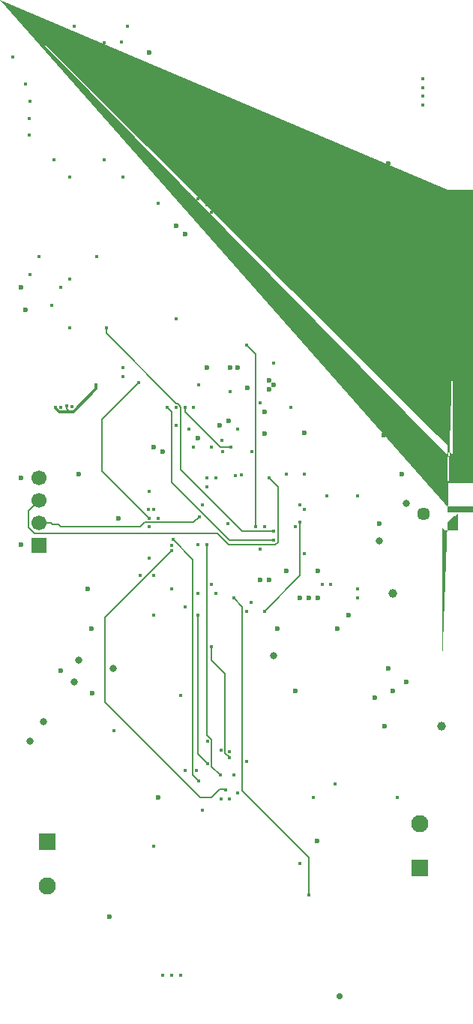
<source format=gbr>
G04 #@! TF.GenerationSoftware,KiCad,Pcbnew,9.0.4*
G04 #@! TF.CreationDate,2025-12-10T12:01:20-06:00*
G04 #@! TF.ProjectId,flightcompv2,666c6967-6874-4636-9f6d-7076322e6b69,rev?*
G04 #@! TF.SameCoordinates,Original*
G04 #@! TF.FileFunction,Copper,L4,Inr*
G04 #@! TF.FilePolarity,Positive*
%FSLAX46Y46*%
G04 Gerber Fmt 4.6, Leading zero omitted, Abs format (unit mm)*
G04 Created by KiCad (PCBNEW 9.0.4) date 2025-12-10 12:01:20*
%MOMM*%
%LPD*%
G01*
G04 APERTURE LIST*
G04 Aperture macros list*
%AMFreePoly0*
4,1,123,1.203536,0.953536,1.205000,0.950000,1.205000,-0.950000,1.203536,-0.953536,1.200000,-0.955000,-0.100000,-0.955000,-0.100192,-0.954996,-0.126192,-0.953996,-0.126383,-0.953985,-0.152383,-0.951985,-0.152573,-0.951967,-0.178573,-0.948967,-0.178944,-0.948910,-0.204944,-0.943910,-0.205167,-0.943862,-0.230167,-0.937862,-0.230300,-0.937828,-0.256300,-0.930828,-0.256756,-0.930682,-0.280756,-0.921682,
-0.280923,-0.921615,-0.304923,-0.911615,-0.305083,-0.911545,-0.329083,-0.900545,-0.329460,-0.900353,-0.352460,-0.887353,-0.352684,-0.887218,-0.396684,-0.859218,-0.397030,-0.858977,-0.418030,-0.842977,-0.418238,-0.842810,-0.438238,-0.825810,-0.438439,-0.825630,-0.457439,-0.807630,-0.457630,-0.807439,-0.475630,-0.788439,-0.475810,-0.788238,-0.492810,-0.768238,-0.492977,-0.768030,-0.508977,-0.747030,
-0.509218,-0.746684,-0.537218,-0.702684,-0.537353,-0.702460,-0.550353,-0.679460,-0.550545,-0.679083,-0.561545,-0.655083,-0.561615,-0.654923,-0.571615,-0.630923,-0.571682,-0.630756,-0.580682,-0.606756,-0.580828,-0.606300,-0.587828,-0.580300,-0.587862,-0.580167,-0.593862,-0.555167,-0.593910,-0.554944,-0.598910,-0.528944,-0.598967,-0.528573,-0.601967,-0.502573,-0.601985,-0.502383,-0.603985,-0.476383,
-0.603996,-0.476192,-0.604996,-0.450192,-0.605000,-0.450000,-0.605000,0.450000,-0.604996,0.450192,-0.603996,0.476192,-0.603985,0.476383,-0.601985,0.502383,-0.601967,0.502573,-0.598967,0.528573,-0.598910,0.528944,-0.593910,0.554944,-0.593862,0.555167,-0.587862,0.580167,-0.587828,0.580300,-0.580828,0.606300,-0.580682,0.606756,-0.571682,0.630756,-0.571615,0.630923,-0.561615,0.654923,
-0.561545,0.655083,-0.550545,0.679083,-0.550353,0.679460,-0.537353,0.702460,-0.537218,0.702684,-0.509218,0.746684,-0.508977,0.747030,-0.492977,0.768030,-0.492810,0.768238,-0.475810,0.788238,-0.475630,0.788439,-0.457630,0.807439,-0.457439,0.807630,-0.438439,0.825630,-0.438238,0.825810,-0.418238,0.842810,-0.418030,0.842977,-0.397030,0.858977,-0.396684,0.859218,-0.352684,0.887218,
-0.352460,0.887353,-0.329460,0.900353,-0.329083,0.900545,-0.305083,0.911545,-0.304923,0.911615,-0.280923,0.921615,-0.280756,0.921682,-0.256756,0.930682,-0.256300,0.930828,-0.230300,0.937828,-0.230167,0.937862,-0.205167,0.943862,-0.204944,0.943910,-0.178944,0.948910,-0.178573,0.948967,-0.152573,0.951967,-0.152383,0.951985,-0.126383,0.953985,-0.126192,0.953996,-0.100192,0.954996,
-0.100000,0.955000,1.200000,0.955000,1.203536,0.953536,1.203536,0.953536,$1*%
%AMFreePoly1*
4,1,123,0.100192,0.954996,0.126192,0.953996,0.126383,0.953985,0.152383,0.951985,0.152573,0.951967,0.178573,0.948967,0.178944,0.948910,0.204944,0.943910,0.205167,0.943862,0.230167,0.937862,0.230300,0.937828,0.256300,0.930828,0.256756,0.930682,0.280756,0.921682,0.280923,0.921615,0.304923,0.911615,0.305083,0.911545,0.329083,0.900545,0.329460,0.900353,0.352460,0.887353,
0.352684,0.887218,0.396684,0.859218,0.397030,0.858977,0.418030,0.842977,0.418238,0.842810,0.438238,0.825810,0.438439,0.825630,0.457439,0.807630,0.457630,0.807439,0.475630,0.788439,0.475810,0.788238,0.492810,0.768238,0.492977,0.768030,0.508977,0.747030,0.509218,0.746684,0.537218,0.702684,0.537353,0.702460,0.550353,0.679460,0.550545,0.679083,0.561545,0.655083,
0.561615,0.654923,0.571615,0.630923,0.571682,0.630756,0.580682,0.606756,0.580828,0.606300,0.587828,0.580300,0.587862,0.580167,0.593862,0.555167,0.593910,0.554944,0.598910,0.528944,0.598967,0.528573,0.601967,0.502573,0.601985,0.502383,0.603985,0.476383,0.603996,0.476192,0.604996,0.450192,0.605000,0.450000,0.605000,-0.450000,0.604996,-0.450192,0.603996,-0.476192,
0.603985,-0.476383,0.601985,-0.502383,0.601967,-0.502573,0.598967,-0.528573,0.598910,-0.528944,0.593910,-0.554944,0.593862,-0.555167,0.587862,-0.580167,0.587828,-0.580300,0.580828,-0.606300,0.580682,-0.606756,0.571682,-0.630756,0.571615,-0.630923,0.561615,-0.654923,0.561545,-0.655083,0.550545,-0.679083,0.550353,-0.679460,0.537353,-0.702460,0.537218,-0.702684,0.509218,-0.746684,
0.508977,-0.747030,0.492977,-0.768030,0.492810,-0.768238,0.475810,-0.788238,0.475630,-0.788439,0.457630,-0.807439,0.457439,-0.807630,0.438439,-0.825630,0.438238,-0.825810,0.418238,-0.842810,0.418030,-0.842977,0.397030,-0.858977,0.396684,-0.859218,0.352684,-0.887218,0.352460,-0.887353,0.329460,-0.900353,0.329083,-0.900545,0.305083,-0.911545,0.304923,-0.911615,0.280923,-0.921615,
0.280756,-0.921682,0.256756,-0.930682,0.256300,-0.930828,0.230300,-0.937828,0.230167,-0.937862,0.205167,-0.943862,0.204944,-0.943910,0.178944,-0.948910,0.178573,-0.948967,0.152573,-0.951967,0.152383,-0.951985,0.126383,-0.953985,0.126192,-0.953996,0.100192,-0.954996,0.100000,-0.955000,-1.200000,-0.955000,-1.203536,-0.953536,-1.205000,-0.950000,-1.205000,0.950000,-1.203536,0.953536,
-1.200000,0.955000,0.100000,0.955000,0.100192,0.954996,0.100192,0.954996,$1*%
G04 Aperture macros list end*
G04 #@! TA.AperFunction,ComponentPad*
%ADD10C,1.450000*%
G04 #@! TD*
G04 #@! TA.AperFunction,ComponentPad*
%ADD11FreePoly0,90.000000*%
G04 #@! TD*
G04 #@! TA.AperFunction,ComponentPad*
%ADD12FreePoly1,90.000000*%
G04 #@! TD*
G04 #@! TA.AperFunction,ComponentPad*
%ADD13R,1.650000X1.650000*%
G04 #@! TD*
G04 #@! TA.AperFunction,ComponentPad*
%ADD14C,1.650000*%
G04 #@! TD*
G04 #@! TA.AperFunction,ComponentPad*
%ADD15R,1.950000X1.950000*%
G04 #@! TD*
G04 #@! TA.AperFunction,ComponentPad*
%ADD16C,1.950000*%
G04 #@! TD*
G04 #@! TA.AperFunction,ComponentPad*
%ADD17R,1.700000X1.700000*%
G04 #@! TD*
G04 #@! TA.AperFunction,ComponentPad*
%ADD18C,1.700000*%
G04 #@! TD*
G04 #@! TA.AperFunction,ViaPad*
%ADD19C,0.600000*%
G04 #@! TD*
G04 #@! TA.AperFunction,ViaPad*
%ADD20C,0.400000*%
G04 #@! TD*
G04 #@! TA.AperFunction,ViaPad*
%ADD21C,0.800000*%
G04 #@! TD*
G04 #@! TA.AperFunction,ViaPad*
%ADD22C,1.000000*%
G04 #@! TD*
G04 #@! TA.AperFunction,ViaPad*
%ADD23C,0.700000*%
G04 #@! TD*
G04 #@! TA.AperFunction,Conductor*
%ADD24C,0.200000*%
G04 #@! TD*
G04 #@! TA.AperFunction,Conductor*
%ADD25C,0.300000*%
G04 #@! TD*
G04 APERTURE END LIST*
D10*
X201975000Y-93500000D03*
X201975000Y-88500000D03*
D11*
X204675000Y-94500000D03*
D12*
X204675000Y-87500000D03*
D13*
X201195000Y-62000000D03*
D14*
X201195000Y-65500000D03*
X201195000Y-69000000D03*
X201195000Y-72500000D03*
D15*
X159500000Y-130500000D03*
D16*
X159500000Y-135500000D03*
D17*
X158500000Y-97120000D03*
D18*
X158500000Y-94580000D03*
X158500000Y-92040000D03*
X158500000Y-89500000D03*
D15*
X201500000Y-133500000D03*
D16*
X201500000Y-128500000D03*
D19*
X188000000Y-103000000D03*
D20*
X172000000Y-58500000D03*
D19*
X189000000Y-103000000D03*
D20*
X173500000Y-102000000D03*
X165900000Y-40400000D03*
X162500000Y-38500000D03*
D19*
X164446500Y-106500000D03*
X184500000Y-78500000D03*
D20*
X176500000Y-58000000D03*
D19*
X198000000Y-56000000D03*
D20*
X178500000Y-102500000D03*
D19*
X199500000Y-62500000D03*
X190014074Y-103000000D03*
D20*
X164000000Y-40400000D03*
D19*
X156500000Y-97000000D03*
X185000000Y-79000000D03*
D20*
X180071238Y-125704998D03*
D19*
X172500000Y-86500000D03*
X184000000Y-84500000D03*
X184500000Y-101000000D03*
D20*
X179071238Y-120204998D03*
X167980000Y-77020000D03*
D19*
X174000000Y-61000000D03*
X156500000Y-68000000D03*
X176500000Y-85000000D03*
D20*
X186500000Y-89000000D03*
X160000000Y-70000000D03*
X157000000Y-45000000D03*
X176000000Y-86000000D03*
D19*
X184500000Y-79500000D03*
D20*
X157500000Y-47000000D03*
D19*
X197000000Y-94610000D03*
D20*
X194510000Y-91500000D03*
D21*
X200000000Y-92305000D03*
D19*
X198851000Y-81351000D03*
D21*
X185000000Y-109500000D03*
X166950001Y-111000000D03*
D19*
X184000000Y-82000000D03*
D20*
X180100000Y-79700000D03*
X182500000Y-103500000D03*
X184000000Y-95000000D03*
X181000000Y-84000000D03*
X176646446Y-93853554D03*
X184500000Y-89500000D03*
X188000000Y-94500000D03*
X184000000Y-104500000D03*
X172500000Y-145578400D03*
X177500000Y-89500000D03*
X181362139Y-89134078D03*
X173500001Y-145578400D03*
X174499999Y-145578400D03*
X179896446Y-94603554D03*
X169995675Y-100495675D03*
X178500000Y-89500000D03*
X189000000Y-136500000D03*
X180503000Y-103000000D03*
X187500000Y-95000000D03*
D19*
X187500000Y-113500000D03*
D20*
X192000000Y-124000000D03*
X199000000Y-125500000D03*
X174500000Y-114000000D03*
X188500000Y-98000000D03*
X182550000Y-86500000D03*
X176000000Y-81500000D03*
X174000000Y-81500000D03*
X174000000Y-83500000D03*
X185000000Y-96500000D03*
X173000000Y-81500000D03*
X175000000Y-81500000D03*
X180200000Y-86000000D03*
X185000000Y-95500000D03*
X166117811Y-72500000D03*
X173487858Y-97043543D03*
X175000000Y-104000000D03*
X176500000Y-105000000D03*
X177571238Y-121704998D03*
X181000000Y-125000000D03*
X176349000Y-122500000D03*
X177000000Y-127000000D03*
X175000000Y-122500000D03*
X177500000Y-97000000D03*
X179000000Y-123000000D03*
X178000000Y-108500000D03*
X180000000Y-121029998D03*
X173505142Y-97693316D03*
X179570860Y-124710290D03*
X176571238Y-123704998D03*
X173662454Y-96417428D03*
X180500000Y-123000000D03*
X182000000Y-104500000D03*
X182000000Y-121500000D03*
X180750000Y-89250000D03*
X179150000Y-85250000D03*
X178000000Y-59500000D03*
X161000000Y-81500000D03*
D19*
X178950437Y-83501983D03*
D20*
X165900000Y-53600000D03*
X179250000Y-86500000D03*
D19*
X179953205Y-83000000D03*
D20*
X179000000Y-62500000D03*
X170600000Y-48900000D03*
X177000000Y-92500000D03*
X176500000Y-97000000D03*
X162000000Y-55500000D03*
X177500000Y-90500000D03*
X162286800Y-81400000D03*
X178000000Y-101500000D03*
X171000000Y-91000000D03*
X171500000Y-105000000D03*
X171500000Y-131000000D03*
X170899997Y-93000000D03*
D19*
X172000000Y-125500000D03*
D20*
X177500000Y-60000000D03*
X183500000Y-81000000D03*
D19*
X197500000Y-84600000D03*
D20*
X178000000Y-86000000D03*
D19*
X190000000Y-100000000D03*
D20*
X175500000Y-57500000D03*
X188500000Y-89000000D03*
D19*
X186450000Y-100000000D03*
X198500000Y-113500000D03*
D20*
X171000000Y-98500000D03*
X167000000Y-118000000D03*
D19*
X202500000Y-76000000D03*
X180100000Y-77000000D03*
D20*
X162000000Y-67000000D03*
X160200000Y-53600000D03*
X177571238Y-119204998D03*
D19*
X161000000Y-111250001D03*
D21*
X162500000Y-112500000D03*
X163000000Y-110000000D03*
D19*
X175000000Y-61980000D03*
D20*
X171500000Y-100500000D03*
X180051238Y-120369998D03*
D19*
X157000000Y-70480000D03*
D20*
X171000000Y-95000000D03*
X191000000Y-91500000D03*
D19*
X199500000Y-89000000D03*
X171500000Y-86000000D03*
D20*
X157500000Y-66500000D03*
X174000000Y-71520000D03*
D19*
X167500000Y-94000000D03*
D22*
X198500000Y-102500000D03*
D20*
X188000000Y-133000000D03*
X194500000Y-102000000D03*
X170600000Y-50800000D03*
X168000000Y-55500000D03*
X167800000Y-40300000D03*
D21*
X157500000Y-119150000D03*
D20*
X176577500Y-79000000D03*
D19*
X196500000Y-114275000D03*
D20*
X177461538Y-58662500D03*
D19*
X164000000Y-102000000D03*
X166500000Y-139000000D03*
D20*
X155600000Y-42000000D03*
D19*
X189907800Y-130439800D03*
D23*
X192500000Y-148000000D03*
D20*
X171500000Y-93000000D03*
X165000000Y-79000000D03*
X158500000Y-64500000D03*
X168500000Y-38500000D03*
D19*
X198000000Y-54000000D03*
X192225000Y-106500000D03*
D20*
X187000000Y-81500000D03*
D19*
X193500000Y-105000000D03*
X181000000Y-77000000D03*
D20*
X190510000Y-101500000D03*
D19*
X171000000Y-41500000D03*
D20*
X162000000Y-72500000D03*
D19*
X164500000Y-113775000D03*
D20*
X157400000Y-50800000D03*
X189500000Y-125510000D03*
D19*
X185490000Y-106500000D03*
D20*
X161000000Y-68000000D03*
X185000000Y-76500000D03*
X176500000Y-102500000D03*
D19*
X197600000Y-117500000D03*
D20*
X179071238Y-125704998D03*
D19*
X156500000Y-89500000D03*
D20*
X170600000Y-43200000D03*
D21*
X197000000Y-96550000D03*
D19*
X182100000Y-79325000D03*
D20*
X160399997Y-81500000D03*
X194500000Y-103000000D03*
D19*
X163000000Y-89000000D03*
D20*
X160500000Y-38500000D03*
X193000000Y-75500000D03*
D19*
X177500000Y-77000000D03*
D20*
X165040000Y-64500000D03*
X168000000Y-78000000D03*
D19*
X198000000Y-111000000D03*
D20*
X191500000Y-101500000D03*
D19*
X200000000Y-112500000D03*
X188500000Y-84400000D03*
X183540000Y-101000000D03*
D20*
X161637380Y-81372524D03*
X157400000Y-48900000D03*
X188000000Y-92500000D03*
X188500000Y-93000000D03*
X201891550Y-44405050D03*
X183500000Y-97500000D03*
X175500000Y-84000000D03*
X172000000Y-94000000D03*
X201891550Y-46405049D03*
D22*
X204000000Y-117500000D03*
D21*
X159000000Y-117000000D03*
D20*
X171000000Y-94000000D03*
X201891550Y-45405051D03*
X169766060Y-78733937D03*
X183000000Y-95000000D03*
X201891550Y-47405050D03*
X182000000Y-65500000D03*
X182000000Y-74500000D03*
D24*
X160090000Y-94750000D02*
X159920000Y-94580000D01*
X176646446Y-93853554D02*
X176000000Y-94500000D01*
X160750000Y-94750000D02*
X160090000Y-94750000D01*
X159920000Y-94580000D02*
X158500000Y-94580000D01*
X161000000Y-95000000D02*
X160750000Y-94750000D01*
X176000000Y-94500000D02*
X170500000Y-94500000D01*
X170500000Y-94500000D02*
X170000000Y-95000000D01*
X170000000Y-95000000D02*
X161000000Y-95000000D01*
X178663900Y-95731000D02*
X179933900Y-97001000D01*
X157349000Y-95056760D02*
X158023240Y-95731000D01*
X185501000Y-90501000D02*
X184500000Y-89500000D01*
X185207521Y-97001000D02*
X185501000Y-96707521D01*
X158500000Y-92040000D02*
X157349000Y-93191000D01*
X185501000Y-96707521D02*
X185501000Y-90501000D01*
X157349000Y-93191000D02*
X157349000Y-95056760D01*
X179933900Y-97001000D02*
X185207521Y-97001000D01*
X158023240Y-95731000D02*
X178663900Y-95731000D01*
X184000000Y-104500000D02*
X188000000Y-100500000D01*
X188000000Y-100500000D02*
X188000000Y-94500000D01*
X189000000Y-132291479D02*
X189000000Y-136500000D01*
X181500000Y-103997000D02*
X181500000Y-124791479D01*
X180503000Y-103000000D02*
X181500000Y-103997000D01*
X181500000Y-124791479D02*
X189000000Y-132291479D01*
X173500000Y-90000000D02*
X180000000Y-96500000D01*
X180000000Y-96500000D02*
X185000000Y-96500000D01*
X173000000Y-81500000D02*
X173500000Y-82000000D01*
X173500000Y-82000000D02*
X173500000Y-90000000D01*
X180200000Y-86000000D02*
X179000000Y-86000000D01*
X175000000Y-82000000D02*
X175000000Y-81500000D01*
X179000000Y-86000000D02*
X175000000Y-82000000D01*
X166117811Y-73117811D02*
X174049000Y-81049000D01*
X174451000Y-81313189D02*
X174451000Y-81451000D01*
X174186811Y-81049000D02*
X174451000Y-81313189D01*
X174500000Y-81500000D02*
X174500000Y-88500000D01*
X181500000Y-95500000D02*
X185000000Y-95500000D01*
X174500000Y-88500000D02*
X181500000Y-95500000D01*
X166117811Y-72500000D02*
X166117811Y-73117811D01*
X174049000Y-81049000D02*
X174186811Y-81049000D01*
X174451000Y-81451000D02*
X174500000Y-81500000D01*
X176500000Y-105000000D02*
X176500000Y-120633760D01*
X176500000Y-120633760D02*
X177571238Y-121704998D01*
X178022238Y-122022238D02*
X178022238Y-119018187D01*
X178022238Y-119018187D02*
X177500000Y-118495949D01*
X179000000Y-123000000D02*
X178022238Y-122022238D01*
X177500000Y-118495949D02*
X177500000Y-97000000D01*
X179522238Y-120522238D02*
X180000000Y-121000000D01*
X178000000Y-108500000D02*
X178000000Y-110000000D01*
X180000000Y-121000000D02*
X180000000Y-121029998D01*
X179522238Y-111522238D02*
X179522238Y-120522238D01*
X178000000Y-110000000D02*
X179522238Y-111522238D01*
X179571238Y-124709912D02*
X179570860Y-124710290D01*
X176750000Y-125500000D02*
X178000000Y-125500000D01*
X165996500Y-114746500D02*
X176750000Y-125500000D01*
X179571238Y-124704998D02*
X179571238Y-124709912D01*
X178896002Y-124603998D02*
X179464568Y-124603998D01*
X179464568Y-124603998D02*
X179570860Y-124710290D01*
X165996500Y-105201958D02*
X165996500Y-114746500D01*
X173505142Y-97693316D02*
X165996500Y-105201958D01*
X178000000Y-125500000D02*
X178896002Y-124603998D01*
X175899000Y-123032760D02*
X175899000Y-98653974D01*
X175899000Y-98653974D02*
X173662454Y-96417428D01*
X176571238Y-123704998D02*
X175899000Y-123032760D01*
D25*
X165000000Y-79395321D02*
X165000000Y-79000000D01*
X160399997Y-81608518D02*
X160792479Y-82001000D01*
D24*
X160399997Y-81500000D02*
X160399997Y-81608518D01*
D25*
X161500000Y-82001000D02*
X162000000Y-82001000D01*
D24*
X161637380Y-81372524D02*
X161637380Y-81638380D01*
D25*
X160792479Y-82001000D02*
X161500000Y-82001000D01*
X162000000Y-82001000D02*
X162394321Y-82001000D01*
X162394321Y-82001000D02*
X165000000Y-79395321D01*
D24*
X161637380Y-81638380D02*
X162000000Y-82001000D01*
X165666811Y-82833189D02*
X169766063Y-78733937D01*
X169766063Y-78733937D02*
X169766060Y-78733937D01*
X171000000Y-94000000D02*
X165666811Y-88666811D01*
X165666811Y-88666811D02*
X165666811Y-82833189D01*
X183000000Y-75500000D02*
X182000000Y-74500000D01*
X183000000Y-95000000D02*
X183000000Y-75500000D01*
M02*

</source>
